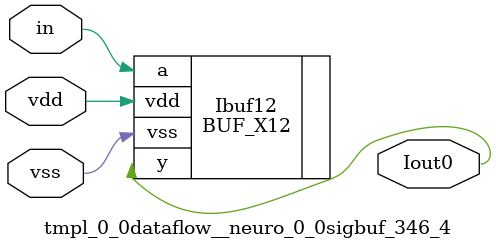
<source format=v>
module tmpl_0_0dataflow__neuro_0_0sigbuf_346_4(in, Iout0 , vdd, vss); 
   input vdd;
   input vss;
   input in;
   

// -- signals ---
   wire in;
   output Iout0 ;

// --- instances
BUF_X12 Ibuf12  (.y(Iout0 ), .a(in), .vdd(vdd), .vss(vss));
endmodule
</source>
